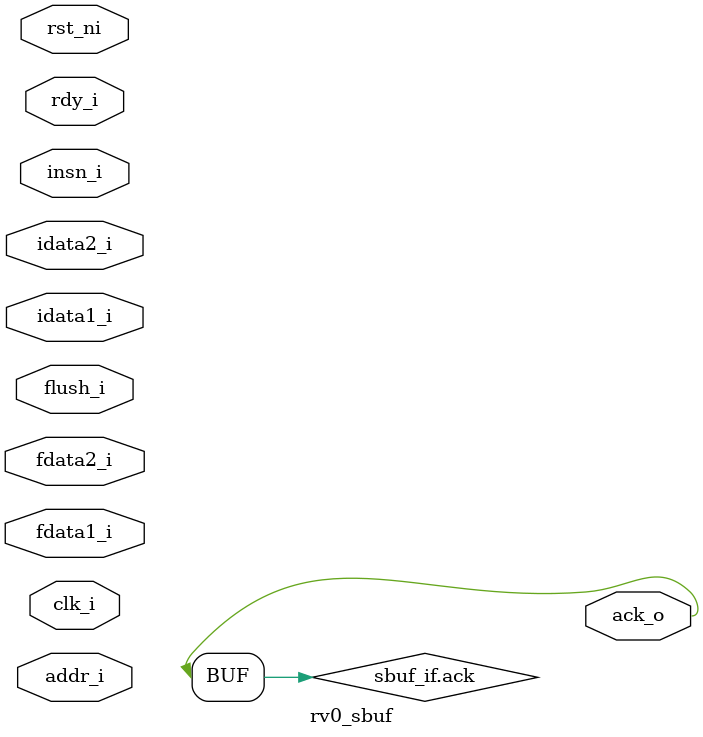
<source format=sv>

`include "rv0_core_defs.svh"

module rv0_sbuf #(
    parameter int unsigned XLEN = 32,
    parameter int unsigned FLEN = 32
) (

    input  logic                    clk_i,
    input  logic                    rst_ni,

    input  logic                    flush_i,

    input  logic [XLEN-1:0]         addr_i,
    input  logic [31:0]             insn_i,

    input  logic [XLEN-1:0]         idata1_i,
    input  logic [XLEN-1:0]         idata2_i,

    input  logic [FLEN-1:0]         fdata1_i,
    input  logic [FLEN-1:0]         fdata2_i,

    input  logic                    rdy_i,
    output logic                    ack_o,

    rv_sbuf_if.source               sbuf_if

);

    localparam int unsigned SBUF_WIDTH = 32 + 3*XLEN + 2*FLEN;

    logic [SBUF_WIDTH-1:0]  sbuf_d;
    logic [SBUF_WIDTH-1:0]  sbuf_q;

    always_ff @(posedge clk_i or negedge rst_ni) begin
        if(rst_ni == 1'b0) begin
            sbuf_if.insn   <= 32'h13;
            sbuf_if.addr   <= {XLEN{1'b0}};
            sbuf_if.idata1 <= {XLEN{1'b0}};
            sbuf_if.idata2 <= {XLEN{1'b0}};
            sbuf_if.fdata1 <= {XLEN{1'b0}};
            sbuf_if.fdata2 <= {XLEN{1'b0}};

            sbuf_if.rdy <= 1'b0;
        end
        else begin

            if(rdy_i == 1'b1 && sbuf_if.ack == 1'b1) begin
                sbuf_if.addr   <= addr_i;
                sbuf_if.insn   <= insn_i;
                sbuf_if.idata1 <= idata1_i;
                sbuf_if.idata2 <= idata2_i;
                sbuf_if.fdata1 <= fdata1_i;
                sbuf_if.fdata2 <= fdata2_i;
            end

            sbuf_if.rdy <= rdy_i || (sbuf_if.rdy && !sbuf_if.ack);

            if(flush_i == 1'b1) begin
                sbuf_if.rdy <= 1'b0;
            end

        end
    end

    assign ack_o = sbuf_if.ack;

endmodule : rv0_sbuf

</source>
